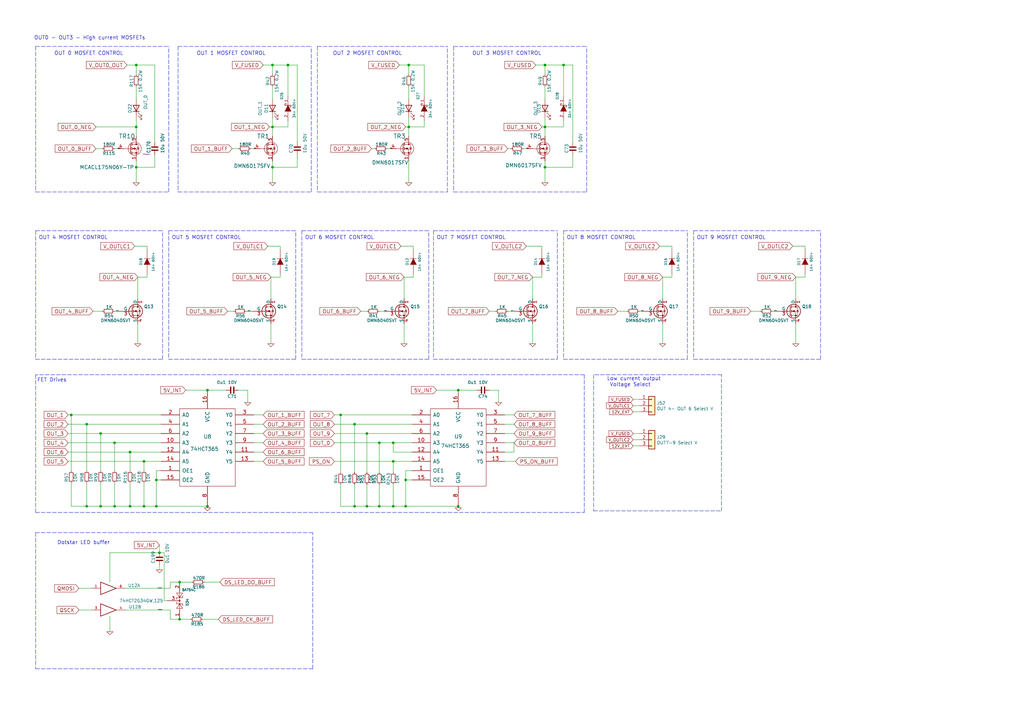
<source format=kicad_sch>
(kicad_sch (version 20211123) (generator eeschema)
  (paper "A3")
  (title_block (title "Duet 3 Main Board") (date "2022-10-05") (rev "1.02") (company "Duet3d") (comment 1 "(c) Duet3D"))
  (junction (at 65.405 226.695))
  (junction (at 53.34 185.42))
  (junction (at 150.495 177.8))
  (junction (at 161.29 181.61))
  (junction (at 59.055 207.645))
  (junction (at 55.88 26.67))
  (junction (at 187.96 207.645))
  (junction (at 73.66 254))
  (junction (at 111.76 52.07))
  (junction (at 155.575 181.61))
  (junction (at 35.56 173.99))
  (junction (at 35.56 207.645))
  (junction (at 150.495 207.645))
  (junction (at 223.52 52.07))
  (junction (at 166.37 207.645))
  (junction (at 85.09 207.645))
  (junction (at 167.64 52.07))
  (junction (at 111.76 26.67))
  (junction (at 59.055 189.23))
  (junction (at 46.99 207.645))
  (junction (at 55.88 68.58))
  (junction (at 64.135 207.645))
  (junction (at 46.99 181.61))
  (junction (at 55.88 52.07))
  (junction (at 166.37 196.85))
  (junction (at 167.64 26.67))
  (junction (at 118.11 26.67))
  (junction (at 223.52 26.67))
  (junction (at 41.275 207.645))
  (junction (at 223.52 68.58))
  (junction (at 145.415 173.99))
  (junction (at 85.09 160.02))
  (junction (at 161.29 207.645))
  (junction (at 53.34 207.645))
  (junction (at 187.96 160.02))
  (junction (at 161.29 189.23))
  (junction (at 231.14 26.67))
  (junction (at 155.575 207.645))
  (junction (at 29.21 170.18))
  (junction (at 41.275 177.8))
  (junction (at 145.415 207.645))
  (junction (at 64.135 196.85))
  (junction (at 73.66 238.76))
  (junction (at 139.7 170.18))
  (junction (at 111.76 68.58))
  (wire (pts (xy 167.64 35.56) (xy 167.64 40.64)))
  (wire (pts (xy 167.64 26.67) (xy 173.99 26.67)))
  (wire (pts (xy 45.085 226.695) (xy 45.085 238.76)))
  (wire (pts (xy 275.59 113.665) (xy 275.59 112.395)))
  (polyline (pts (xy 123.825 147.32) (xy 175.895 147.32)))
  (wire (pts (xy 223.52 68.58) (xy 223.52 74.93)))
  (polyline (pts (xy 73.025 19.05) (xy 73.025 78.74)))
  (wire (pts (xy 111.76 66.04) (xy 111.76 68.58)))
  (wire (pts (xy 150.495 207.645) (xy 155.575 207.645)))
  (wire (pts (xy 107.95 189.23) (xy 104.14 189.23)))
  (polyline (pts (xy 177.8 94.615) (xy 177.8 147.32)))
  (wire (pts (xy 111.125 113.665) (xy 111.125 122.555)))
  (wire (pts (xy 275.59 100.965) (xy 270.51 100.965)))
  (wire (pts (xy 326.39 113.665) (xy 330.2 113.665)))
  (wire (pts (xy 118.11 26.67) (xy 121.92 26.67)))
  (polyline (pts (xy 14.605 153.67) (xy 14.605 210.185)))
  (wire (pts (xy 161.29 193.675) (xy 161.29 189.23)))
  (polyline (pts (xy 175.895 147.32) (xy 175.895 94.615)))
  (wire (pts (xy 45.085 226.695) (xy 65.405 226.695)))
  (wire (pts (xy 46.99 198.12) (xy 46.99 207.645)))
  (wire (pts (xy 223.52 26.67) (xy 223.52 30.48)))
  (wire (pts (xy 46.99 193.04) (xy 46.99 181.61)))
  (wire (pts (xy 55.88 55.88) (xy 55.88 52.07)))
  (wire (pts (xy 64.135 193.04) (xy 64.135 196.85)))
  (wire (pts (xy 155.575 193.675) (xy 155.575 181.61)))
  (wire (pts (xy 121.92 63.5) (xy 121.92 68.58)))
  (wire (pts (xy 56.515 132.715) (xy 56.515 140.97)))
  (polyline (pts (xy 130.175 19.05) (xy 183.515 19.05)))
  (wire (pts (xy 56.515 113.665) (xy 60.325 113.665)))
  (wire (pts (xy 66.04 193.04) (xy 64.135 193.04)))
  (wire (pts (xy 271.78 132.715) (xy 271.78 140.97)))
  (wire (pts (xy 307.975 127.635) (xy 311.785 127.635)))
  (polyline (pts (xy 130.175 78.74) (xy 183.515 78.74)))
  (polyline (pts (xy 121.285 147.32) (xy 121.285 94.615)))
  (wire (pts (xy 51.435 250.19) (xy 69.85 250.19)))
  (polyline (pts (xy 243.459 209.55) (xy 295.91 209.55)))
  (wire (pts (xy 152.4 60.96) (xy 153.67 60.96)))
  (wire (pts (xy 161.29 185.42) (xy 168.91 185.42)))
  (wire (pts (xy 168.91 193.04) (xy 166.37 193.04)))
  (polyline (pts (xy 177.8 94.615) (xy 228.6 94.615)))
  (wire (pts (xy 118.11 52.07) (xy 118.11 49.53)))
  (wire (pts (xy 215.9 60.96) (xy 214.63 60.96)))
  (wire (pts (xy 139.7 198.755) (xy 139.7 207.645)))
  (wire (pts (xy 63.5 26.67) (xy 63.5 58.42)))
  (wire (pts (xy 97.79 160.02) (xy 101.6 160.02)))
  (wire (pts (xy 161.29 181.61) (xy 168.91 181.61)))
  (wire (pts (xy 223.52 35.56) (xy 223.52 40.64)))
  (polyline (pts (xy 69.215 147.32) (xy 121.285 147.32)))
  (wire (pts (xy 39.37 52.07) (xy 55.88 52.07)))
  (wire (pts (xy 41.275 198.12) (xy 41.275 207.645)))
  (wire (pts (xy 187.96 207.645) (xy 187.96 207.01)))
  (polyline (pts (xy 284.48 94.615) (xy 336.55 94.615)))
  (wire (pts (xy 210.82 185.42) (xy 210.82 181.61)))
  (wire (pts (xy 316.865 127.635) (xy 318.77 127.635)))
  (wire (pts (xy 161.29 198.755) (xy 161.29 207.645)))
  (wire (pts (xy 35.56 198.12) (xy 35.56 207.645)))
  (wire (pts (xy 63.5 68.58) (xy 55.88 68.58)))
  (wire (pts (xy 90.17 238.76) (xy 83.82 238.76)))
  (wire (pts (xy 59.055 189.23) (xy 66.04 189.23)))
  (wire (pts (xy 234.95 63.5) (xy 234.95 68.58)))
  (wire (pts (xy 166.37 207.645) (xy 187.96 207.645)))
  (wire (pts (xy 330.2 100.965) (xy 325.12 100.965)))
  (polyline (pts (xy 66.675 147.32) (xy 66.675 94.615)))
  (polyline (pts (xy 14.605 78.74) (xy 69.215 78.74)))
  (wire (pts (xy 234.95 26.67) (xy 234.95 58.42)))
  (polyline (pts (xy 69.215 78.74) (xy 69.215 19.05)))
  (wire (pts (xy 46.99 181.61) (xy 66.04 181.61)))
  (polyline (pts (xy 14.605 19.05) (xy 69.215 19.05)))
  (wire (pts (xy 200.66 160.02) (xy 204.47 160.02)))
  (wire (pts (xy 207.01 177.8) (xy 210.82 177.8)))
  (polyline (pts (xy 123.825 94.615) (xy 175.895 94.615)))
  (wire (pts (xy 147.955 127.635) (xy 150.495 127.635)))
  (wire (pts (xy 145.415 193.675) (xy 145.415 173.99)))
  (wire (pts (xy 69.85 250.19) (xy 69.85 254)))
  (wire (pts (xy 167.64 55.88) (xy 167.64 52.07)))
  (wire (pts (xy 219.71 26.67) (xy 223.52 26.67)))
  (wire (pts (xy 64.135 196.85) (xy 66.04 196.85)))
  (wire (pts (xy 29.21 193.04) (xy 29.21 170.18)))
  (wire (pts (xy 163.83 26.67) (xy 167.64 26.67)))
  (wire (pts (xy 59.055 198.12) (xy 59.055 207.645)))
  (wire (pts (xy 59.055 207.645) (xy 53.34 207.645)))
  (wire (pts (xy 111.76 48.26) (xy 111.76 52.07)))
  (wire (pts (xy 65.405 231.775) (xy 65.405 233.68)))
  (wire (pts (xy 137.16 181.61) (xy 155.575 181.61)))
  (wire (pts (xy 166.37 193.04) (xy 166.37 196.85)))
  (wire (pts (xy 223.52 55.88) (xy 223.52 52.07)))
  (polyline (pts (xy 14.605 218.44) (xy 14.605 274.32)))
  (wire (pts (xy 211.455 189.23) (xy 207.01 189.23)))
  (polyline (pts (xy 14.605 19.05) (xy 14.605 78.74)))
  (wire (pts (xy 27.94 185.42) (xy 53.34 185.42)))
  (wire (pts (xy 139.7 207.645) (xy 145.415 207.645)))
  (wire (pts (xy 60.325 100.965) (xy 55.245 100.965)))
  (polyline (pts (xy 73.025 78.74) (xy 127.635 78.74)))
  (wire (pts (xy 89.535 254) (xy 83.185 254)))
  (polyline (pts (xy 14.605 94.615) (xy 66.675 94.615)))
  (wire (pts (xy 111.76 52.07) (xy 110.49 52.07)))
  (wire (pts (xy 27.94 189.23) (xy 59.055 189.23)))
  (wire (pts (xy 326.39 113.665) (xy 326.39 122.555)))
  (wire (pts (xy 330.2 102.235) (xy 330.2 100.965)))
  (polyline (pts (xy 183.515 78.74) (xy 183.515 19.05)))
  (wire (pts (xy 231.14 39.37) (xy 231.14 26.67)))
  (wire (pts (xy 85.09 160.02) (xy 92.71 160.02)))
  (wire (pts (xy 101.6 160.02) (xy 101.6 165.1)))
  (wire (pts (xy 53.34 207.645) (xy 46.99 207.645)))
  (wire (pts (xy 64.135 207.645) (xy 59.055 207.645)))
  (wire (pts (xy 60.325 113.665) (xy 60.325 112.395)))
  (wire (pts (xy 259.715 177.8) (xy 262.255 177.8)))
  (wire (pts (xy 275.59 102.235) (xy 275.59 100.965)))
  (polyline (pts (xy 186.055 19.05) (xy 240.665 19.05)))
  (wire (pts (xy 38.1 127.635) (xy 41.91 127.635)))
  (wire (pts (xy 165.735 113.665) (xy 165.735 122.555)))
  (wire (pts (xy 32.385 241.3) (xy 37.465 241.3)))
  (wire (pts (xy 187.96 208.28) (xy 187.96 207.645)))
  (wire (pts (xy 200.66 127.635) (xy 203.2 127.635)))
  (wire (pts (xy 262.255 180.34) (xy 259.715 180.34)))
  (wire (pts (xy 204.47 160.02) (xy 204.47 165.1)))
  (wire (pts (xy 223.52 66.04) (xy 223.52 68.58)))
  (wire (pts (xy 145.415 207.645) (xy 150.495 207.645)))
  (wire (pts (xy 179.07 160.02) (xy 187.96 160.02)))
  (wire (pts (xy 64.135 196.85) (xy 64.135 207.645)))
  (wire (pts (xy 46.99 127.635) (xy 48.895 127.635)))
  (wire (pts (xy 29.21 170.18) (xy 66.04 170.18)))
  (polyline (pts (xy 14.605 94.615) (xy 14.605 147.32)))
  (polyline (pts (xy 69.215 94.615) (xy 69.215 147.32)))
  (polyline (pts (xy 130.175 19.05) (xy 130.175 78.74)))
  (wire (pts (xy 259.715 163.83) (xy 262.255 163.83)))
  (wire (pts (xy 161.29 185.42) (xy 161.29 181.61)))
  (wire (pts (xy 223.52 52.07) (xy 222.25 52.07)))
  (wire (pts (xy 45.085 252.73) (xy 45.085 259.08)))
  (wire (pts (xy 107.95 181.61) (xy 104.14 181.61)))
  (wire (pts (xy 78.74 238.76) (xy 73.66 238.76)))
  (wire (pts (xy 93.345 127.635) (xy 95.885 127.635)))
  (polyline (pts (xy 73.025 19.05) (xy 127.635 19.05)))
  (wire (pts (xy 137.16 177.8) (xy 150.495 177.8)))
  (wire (pts (xy 137.16 189.23) (xy 161.29 189.23)))
  (wire (pts (xy 118.11 39.37) (xy 118.11 26.67)))
  (wire (pts (xy 32.385 250.19) (xy 37.465 250.19)))
  (wire (pts (xy 111.125 113.665) (xy 114.935 113.665)))
  (wire (pts (xy 27.94 170.18) (xy 29.21 170.18)))
  (wire (pts (xy 222.25 100.965) (xy 215.9 100.965)))
  (wire (pts (xy 121.92 26.67) (xy 121.92 58.42)))
  (wire (pts (xy 222.25 113.665) (xy 222.25 112.395)))
  (wire (pts (xy 231.14 52.07) (xy 231.14 49.53)))
  (wire (pts (xy 65.405 226.695) (xy 67.31 226.695)))
  (wire (pts (xy 27.94 173.99) (xy 35.56 173.99)))
  (wire (pts (xy 55.88 68.58) (xy 55.88 74.93)))
  (wire (pts (xy 207.01 185.42) (xy 210.82 185.42)))
  (wire (pts (xy 104.14 60.96) (xy 102.87 60.96)))
  (wire (pts (xy 111.76 26.67) (xy 118.11 26.67)))
  (wire (pts (xy 114.935 113.665) (xy 114.935 112.395)))
  (wire (pts (xy 78.105 254) (xy 73.66 254)))
  (polyline (pts (xy 127.635 78.74) (xy 127.635 19.05)))
  (wire (pts (xy 253.365 127.635) (xy 257.175 127.635)))
  (wire (pts (xy 114.935 100.965) (xy 109.855 100.965)))
  (wire (pts (xy 165.735 113.665) (xy 169.545 113.665)))
  (polyline (pts (xy 177.8 147.32) (xy 228.6 147.32)))
  (wire (pts (xy 52.07 26.67) (xy 55.88 26.67)))
  (wire (pts (xy 155.575 198.755) (xy 155.575 207.645)))
  (polyline (pts (xy 336.55 147.32) (xy 336.55 94.615)))
  (wire (pts (xy 223.52 52.07) (xy 231.14 52.07)))
  (wire (pts (xy 111.76 52.07) (xy 118.11 52.07)))
  (polyline (pts (xy 14.605 210.185) (xy 239.649 210.185)))
  (wire (pts (xy 60.325 102.235) (xy 60.325 100.965)))
  (wire (pts (xy 111.76 26.67) (xy 111.76 30.48)))
  (wire (pts (xy 161.29 207.645) (xy 166.37 207.645)))
  (wire (pts (xy 155.575 207.645) (xy 161.29 207.645)))
  (wire (pts (xy 55.88 35.56) (xy 55.88 40.64)))
  (wire (pts (xy 67.31 246.38) (xy 68.58 246.38)))
  (wire (pts (xy 53.34 185.42) (xy 66.04 185.42)))
  (polyline (pts (xy 295.91 209.55) (xy 295.91 153.67)))
  (wire (pts (xy 165.735 132.715) (xy 165.735 140.97)))
  (wire (pts (xy 53.34 193.04) (xy 53.34 185.42)))
  (wire (pts (xy 69.85 241.3) (xy 69.85 238.76)))
  (wire (pts (xy 55.88 48.26) (xy 55.88 52.07)))
  (wire (pts (xy 167.64 66.04) (xy 167.64 74.93)))
  (wire (pts (xy 64.135 207.645) (xy 85.09 207.645)))
  (wire (pts (xy 330.2 113.665) (xy 330.2 112.395)))
  (wire (pts (xy 107.95 173.99) (xy 104.14 173.99)))
  (wire (pts (xy 218.44 113.665) (xy 218.44 122.555)))
  (wire (pts (xy 41.275 207.645) (xy 35.56 207.645)))
  (wire (pts (xy 55.88 26.67) (xy 55.88 30.48)))
  (wire (pts (xy 107.95 26.67) (xy 111.76 26.67)))
  (wire (pts (xy 223.52 26.67) (xy 231.14 26.67)))
  (wire (pts (xy 169.545 100.965) (xy 164.465 100.965)))
  (wire (pts (xy 161.29 189.23) (xy 168.91 189.23)))
  (wire (pts (xy 41.275 177.8) (xy 66.04 177.8)))
  (wire (pts (xy 53.34 198.12) (xy 53.34 207.645)))
  (wire (pts (xy 51.435 241.3) (xy 69.85 241.3)))
  (wire (pts (xy 59.055 193.04) (xy 59.055 189.23)))
  (wire (pts (xy 69.85 238.76) (xy 73.66 238.76)))
  (polyline (pts (xy 123.825 94.615) (xy 123.825 147.32)))
  (wire (pts (xy 231.14 26.67) (xy 234.95 26.67)))
  (wire (pts (xy 207.01 170.18) (xy 210.82 170.18)))
  (polyline (pts (xy 186.055 19.05) (xy 186.055 78.74)))
  (wire (pts (xy 95.25 60.96) (xy 97.79 60.96)))
  (wire (pts (xy 107.95 185.42) (xy 104.14 185.42)))
  (polyline (pts (xy 243.459 153.67) (xy 243.459 209.55)))
  (wire (pts (xy 107.95 170.18) (xy 104.14 170.18)))
  (wire (pts (xy 137.16 173.99) (xy 145.415 173.99)))
  (wire (pts (xy 234.95 68.58) (xy 223.52 68.58)))
  (wire (pts (xy 35.56 193.04) (xy 35.56 173.99)))
  (wire (pts (xy 169.545 113.665) (xy 169.545 112.395)))
  (wire (pts (xy 155.575 181.61) (xy 161.29 181.61)))
  (wire (pts (xy 65.405 226.695) (xy 65.405 223.52)))
  (polyline (pts (xy 295.91 153.67) (xy 243.459 153.67)))
  (wire (pts (xy 145.415 173.99) (xy 168.91 173.99)))
  (wire (pts (xy 167.64 52.07) (xy 166.37 52.07)))
  (polyline (pts (xy 228.6 147.32) (xy 228.6 94.615)))
  (wire (pts (xy 46.99 207.645) (xy 41.275 207.645)))
  (wire (pts (xy 76.2 160.02) (xy 85.09 160.02)))
  (polyline (pts (xy 128.27 274.32) (xy 128.27 218.44)))
  (wire (pts (xy 145.415 198.755) (xy 145.415 207.645)))
  (wire (pts (xy 271.78 113.665) (xy 275.59 113.665)))
  (wire (pts (xy 121.92 68.58) (xy 111.76 68.58)))
  (wire (pts (xy 167.64 48.26) (xy 167.64 52.07)))
  (wire (pts (xy 48.26 60.96) (xy 46.99 60.96)))
  (polyline (pts (xy 231.14 94.615) (xy 281.94 94.615)))
  (polyline (pts (xy 231.14 94.615) (xy 231.14 147.32)))
  (wire (pts (xy 39.37 60.96) (xy 41.91 60.96)))
  (wire (pts (xy 259.715 182.88) (xy 262.255 182.88)))
  (polyline (pts (xy 14.605 274.32) (xy 128.27 274.32)))
  (wire (pts (xy 187.96 160.02) (xy 195.58 160.02)))
  (wire (pts (xy 139.7 170.18) (xy 168.91 170.18)))
  (wire (pts (xy 35.56 173.99) (xy 66.04 173.99)))
  (wire (pts (xy 208.28 60.96) (xy 209.55 60.96)))
  (wire (pts (xy 107.95 177.8) (xy 104.14 177.8)))
  (wire (pts (xy 155.575 127.635) (xy 158.115 127.635)))
  (polyline (pts (xy 128.27 218.44) (xy 14.605 218.44)))
  (wire (pts (xy 35.56 207.645) (xy 29.21 207.645)))
  (wire (pts (xy 63.5 63.5) (xy 63.5 68.58)))
  (wire (pts (xy 150.495 193.675) (xy 150.495 177.8)))
  (wire (pts (xy 55.88 66.04) (xy 55.88 68.58)))
  (wire (pts (xy 160.02 60.96) (xy 158.75 60.96)))
  (wire (pts (xy 111.76 68.58) (xy 111.76 74.93)))
  (wire (pts (xy 111.125 132.715) (xy 111.125 140.97)))
  (wire (pts (xy 166.37 196.85) (xy 168.91 196.85)))
  (polyline (pts (xy 14.605 147.32) (xy 66.675 147.32)))
  (wire (pts (xy 166.37 196.85) (xy 166.37 207.645)))
  (polyline (pts (xy 284.48 147.32) (xy 336.55 147.32)))
  (wire (pts (xy 111.76 35.56) (xy 111.76 40.64)))
  (wire (pts (xy 114.935 102.235) (xy 114.935 100.965)))
  (wire (pts (xy 85.09 208.28) (xy 85.09 207.645)))
  (polyline (pts (xy 284.48 94.615) (xy 284.48 147.32)))
  (wire (pts (xy 67.31 226.695) (xy 67.31 246.38)))
  (polyline (pts (xy 240.665 78.74) (xy 240.665 19.05)))
  (wire (pts (xy 167.64 26.67) (xy 167.64 30.48)))
  (wire (pts (xy 173.99 39.37) (xy 173.99 26.67)))
  (wire (pts (xy 137.16 170.18) (xy 139.7 170.18)))
  (wire (pts (xy 139.7 193.675) (xy 139.7 170.18)))
  (polyline (pts (xy 186.055 78.74) (xy 240.665 78.74)))
  (wire (pts (xy 223.52 48.26) (xy 223.52 52.07)))
  (wire (pts (xy 150.495 177.8) (xy 168.91 177.8)))
  (wire (pts (xy 55.88 26.67) (xy 63.5 26.67)))
  (wire (pts (xy 262.255 127.635) (xy 264.16 127.635)))
  (wire (pts (xy 271.78 113.665) (xy 271.78 122.555)))
  (wire (pts (xy 326.39 132.715) (xy 326.39 140.97)))
  (wire (pts (xy 27.94 181.61) (xy 46.99 181.61)))
  (wire (pts (xy 69.85 254) (xy 73.66 254)))
  (polyline (pts (xy 231.14 147.32) (xy 281.94 147.32)))
  (wire (pts (xy 150.495 198.755) (xy 150.495 207.645)))
  (wire (pts (xy 41.275 193.04) (xy 41.275 177.8)))
  (wire (pts (xy 218.44 132.715) (xy 218.44 140.97)))
  (wire (pts (xy 100.965 127.635) (xy 103.505 127.635)))
  (wire (pts (xy 56.515 113.665) (xy 56.515 122.555)))
  (polyline (pts (xy 239.649 153.67) (xy 14.605 153.67)))
  (wire (pts (xy 218.44 113.665) (xy 222.25 113.665)))
  (polyline (pts (xy 69.215 94.615) (xy 121.285 94.615)))
  (wire (pts (xy 262.255 166.37) (xy 259.715 166.37)))
  (wire (pts (xy 111.76 55.88) (xy 111.76 52.07)))
  (wire (pts (xy 169.545 102.235) (xy 169.545 100.965)))
  (wire (pts (xy 85.09 207.645) (xy 85.09 207.01)))
  (wire (pts (xy 207.01 173.99) (xy 210.82 173.99)))
  (polyline (pts (xy 239.649 210.185) (xy 239.649 153.67)))
  (wire (pts (xy 27.94 177.8) (xy 41.275 177.8)))
  (wire (pts (xy 29.21 198.12) (xy 29.21 207.645)))
  (wire (pts (xy 208.28 127.635) (xy 210.82 127.635)))
  (wire (pts (xy 167.64 52.07) (xy 173.99 52.07)))
  (polyline (pts (xy 281.94 147.32) (xy 281.94 94.615)))
  (wire (pts (xy 259.715 168.91) (xy 262.255 168.91)))
  (wire (pts (xy 207.01 181.61) (xy 210.82 181.61)))
  (wire (pts (xy 222.25 102.235) (xy 222.25 100.965)))
  (wire (pts (xy 173.99 52.07) (xy 173.99 49.53)))
  (text "OUT 6 MOSFET CONTROL" (at 125.095 98.425 0) (effects (font (size 1.524 1.524)) (justify left bottom)))
  (text "OUT 7 MOSFET CONTROL" (at 179.07 98.425 0) (effects (font (size 1.524 1.524)) (justify left bottom)))
  (text "OUT 0 MOSFET CONTROL" (at 22.225 22.86 0) (effects (font (size 1.524 1.524)) (justify left bottom)))
  (text "OUT 5 MOSFET CONTROL" (at 70.485 98.425 0) (effects (font (size 1.524 1.524)) (justify left bottom)))
  (text "Low current output\n Voltage Select" (at 248.92 158.75 0) (effects (font (size 1.524 1.524)) (justify left bottom)))
  (text "OUT 2 MOSFET CONTROL" (at 136.525 22.86 0) (effects (font (size 1.524 1.524)) (justify left bottom)))
  (text "OUT 4 MOSFET CONTROL" (at 15.875 98.425 0) (effects (font (size 1.524 1.524)) (justify left bottom)))
  (text "OUT 3 MOSFET CONTROL" (at 193.675 22.86 0) (effects (font (size 1.524 1.524)) (justify left bottom)))
  (text "OUT 1 MOSFET CONTROL" (at 80.645 22.86 0) (effects (font (size 1.524 1.524)) (justify left bottom)))
  (text "OUT 8 MOSFET CONTROL" (at 232.41 98.425 0) (effects (font (size 1.524 1.524)) (justify left bottom)))
  (text "Dotstar LED buffer" (at 23.495 223.52 0) (effects (font (size 1.524 1.524)) (justify left bottom)))
  (text "FET Drives" (at 15.24 156.845 0) (effects (font (size 1.524 1.524)) (justify left bottom)))
  (text "OUT 9 MOSFET CONTROL" (at 285.75 98.425 0) (effects (font (size 1.524 1.524)) (justify left bottom)))
  (text "OUT0 - OUT3 - High current MOSFETs" (at 13.97 16.51 0) (effects (font (size 1.524 1.524)) (justify left bottom)))
  (label "out8_g" (at 262.89 127.635 0) (effects (font (size 0.2032 0.2032))))
  (label "U12_OUTA" (at 64.77 241.3 0) (effects (font (size 0.2032 0.2032))))
  (label "TR5_G" (at 215.9 60.96 0) (effects (font (size 0.2032 0.2032))))
  (label "out7_g" (at 209.55 127.635 0) (effects (font (size 0.2032 0.2032))))
  (label "TR10_G" (at 48.26 60.96 0) (effects (font (size 0.2032 0.2032))))
  (label "out5_g" (at 101.6 127.635 0) (effects (font (size 0.2032 0.2032))))
  (label "out4_g" (at 47.625 127.635 0) (effects (font (size 0.2032 0.2032))))
  (label "TR1_G" (at 104.14 60.96 0) (effects (font (size 0.2032 0.2032))))
  (label "out9_g" (at 317.5 127.635 0) (effects (font (size 0.2032 0.2032))))
  (label "U12_OUTB" (at 64.77 250.19 0) (effects (font (size 0.2032 0.2032))))
  (label "out6_g" (at 157.48 127.635 0) (effects (font (size 0.2032 0.2032))))
  (label "TR3_G" (at 160.02 60.96 0) (effects (font (size 0.2032 0.2032))))
  (global_label "OUT_0_BUFF" (shape input) (at 210.82 181.61 0) (effects (font (size 1.524 1.524))) (property "Intersheet References" "${INTERSHEET_REFS}" (effects hide)))
  (global_label "OUT_3" (shape input) (at 27.94 177.8 180) (effects (font (size 1.524 1.524))) (property "Intersheet References" "${INTERSHEET_REFS}" (effects hide)))
  (global_label "12V_EXT" (shape input) (at 259.715 182.88 180) (effects (font (size 1.2 1.2))) (property "Intersheet References" "${INTERSHEET_REFS}" (effects hide)))
  (global_label "OUT_4_BUFF" (shape input) (at 38.1 127.635 180) (effects (font (size 1.524 1.524))) (property "Intersheet References" "${INTERSHEET_REFS}" (effects hide)))
  (global_label "OUT_5_NEG" (shape input) (at 111.125 113.665 180) (effects (font (size 1.524 1.524))) (property "Intersheet References" "${INTERSHEET_REFS}" (effects hide)))
  (global_label "V_FUSED" (shape input) (at 163.83 26.67 180) (effects (font (size 1.524 1.524))) (property "Intersheet References" "${INTERSHEET_REFS}" (effects hide)))
  (global_label "OUT_0_BUFF" (shape input) (at 39.37 60.96 180) (effects (font (size 1.524 1.524))) (property "Intersheet References" "${INTERSHEET_REFS}" (effects hide)))
  (global_label "5V_INT" (shape input) (at 179.07 160.02 180) (effects (font (size 1.524 1.524))) (property "Intersheet References" "${INTERSHEET_REFS}" (effects hide)))
  (global_label "OUT_7" (shape input) (at 137.16 170.18 180) (effects (font (size 1.524 1.524))) (property "Intersheet References" "${INTERSHEET_REFS}" (effects hide)))
  (global_label "OUT_1_NEG" (shape input) (at 110.49 52.07 180) (effects (font (size 1.524 1.524))) (property "Intersheet References" "${INTERSHEET_REFS}" (effects hide)))
  (global_label "OUT_9" (shape input) (at 137.16 177.8 180) (effects (font (size 1.524 1.524))) (property "Intersheet References" "${INTERSHEET_REFS}" (effects hide)))
  (global_label "DS_LED_DO_BUFF" (shape input) (at 90.17 238.76 0) (effects (font (size 1.524 1.524))) (property "Intersheet References" "${INTERSHEET_REFS}" (effects hide)))
  (global_label "OUT_8_BUFF" (shape input) (at 210.82 173.99 0) (effects (font (size 1.524 1.524))) (property "Intersheet References" "${INTERSHEET_REFS}" (effects hide)))
  (global_label "OUT_8_NEG" (shape input) (at 271.78 113.665 180) (effects (font (size 1.524 1.524))) (property "Intersheet References" "${INTERSHEET_REFS}" (effects hide)))
  (global_label "5V_INT" (shape input) (at 76.2 160.02 180) (effects (font (size 1.524 1.524))) (property "Intersheet References" "${INTERSHEET_REFS}" (effects hide)))
  (global_label "OUT_2_NEG" (shape input) (at 166.37 52.07 180) (effects (font (size 1.524 1.524))) (property "Intersheet References" "${INTERSHEET_REFS}" (effects hide)))
  (global_label "DS_LED_CK_BUFF" (shape input) (at 89.535 254 0) (effects (font (size 1.524 1.524))) (property "Intersheet References" "${INTERSHEET_REFS}" (effects hide)))
  (global_label "OUT_5" (shape input) (at 27.94 189.23 180) (effects (font (size 1.524 1.524))) (property "Intersheet References" "${INTERSHEET_REFS}" (effects hide)))
  (global_label "OUT_1_BUFF" (shape input) (at 107.95 170.18 0) (effects (font (size 1.524 1.524))) (property "Intersheet References" "${INTERSHEET_REFS}" (effects hide)))
  (global_label "OUT_2_BUFF" (shape input) (at 152.4 60.96 180) (effects (font (size 1.524 1.524))) (property "Intersheet References" "${INTERSHEET_REFS}" (effects hide)))
  (global_label "OUT_4_NEG" (shape input) (at 56.515 113.665 180) (effects (font (size 1.524 1.524))) (property "Intersheet References" "${INTERSHEET_REFS}" (effects hide)))
  (global_label "OUT_4_BUFF" (shape input) (at 107.95 181.61 0) (effects (font (size 1.524 1.524))) (property "Intersheet References" "${INTERSHEET_REFS}" (effects hide)))
  (global_label "OUT_5_BUFF" (shape input) (at 107.95 189.23 0) (effects (font (size 1.524 1.524))) (property "Intersheet References" "${INTERSHEET_REFS}" (effects hide)))
  (global_label "OUT_2" (shape input) (at 27.94 173.99 180) (effects (font (size 1.524 1.524))) (property "Intersheet References" "${INTERSHEET_REFS}" (effects hide)))
  (global_label "OUT_9_BUFF" (shape input) (at 210.82 177.8 0) (effects (font (size 1.524 1.524))) (property "Intersheet References" "${INTERSHEET_REFS}" (effects hide)))
  (global_label "5V_INT" (shape input) (at 65.405 223.52 180) (effects (font (size 1.524 1.524))) (property "Intersheet References" "${INTERSHEET_REFS}" (effects hide)))
  (global_label "OUT_6" (shape input) (at 27.94 185.42 180) (effects (font (size 1.524 1.524))) (property "Intersheet References" "${INTERSHEET_REFS}" (effects hide)))
  (global_label "OUT_4" (shape input) (at 27.94 181.61 180) (effects (font (size 1.524 1.524))) (property "Intersheet References" "${INTERSHEET_REFS}" (effects hide)))
  (global_label "PS_ON" (shape input) (at 137.16 189.23 180) (effects (font (size 1.524 1.524))) (property "Intersheet References" "${INTERSHEET_REFS}" (effects hide)))
  (global_label "V_FUSED" (shape input) (at 107.95 26.67 180) (effects (font (size 1.524 1.524))) (property "Intersheet References" "${INTERSHEET_REFS}" (effects hide)))
  (global_label "OUT_2_BUFF" (shape input) (at 107.95 173.99 0) (effects (font (size 1.524 1.524))) (property "Intersheet References" "${INTERSHEET_REFS}" (effects hide)))
  (global_label "OUT_7_BUFF" (shape input) (at 200.66 127.635 180) (effects (font (size 1.524 1.524))) (property "Intersheet References" "${INTERSHEET_REFS}" (effects hide)))
  (global_label "OUT_1" (shape input) (at 27.94 170.18 180) (effects (font (size 1.524 1.524))) (property "Intersheet References" "${INTERSHEET_REFS}" (effects hide)))
  (global_label "V_OUTLC2" (shape input) (at 215.9 100.965 180) (effects (font (size 1.524 1.524))) (property "Intersheet References" "${INTERSHEET_REFS}" (effects hide)))
  (global_label "OUT_0" (shape input) (at 137.16 181.61 180) (effects (font (size 1.524 1.524))) (property "Intersheet References" "${INTERSHEET_REFS}" (effects hide)))
  (global_label "V_FUSED" (shape input) (at 259.715 177.8 180) (effects (font (size 1.2 1.2))) (property "Intersheet References" "${INTERSHEET_REFS}" (effects hide)))
  (global_label "V_FUSED" (shape input) (at 259.715 163.83 180) (effects (font (size 1.2 1.2))) (property "Intersheet References" "${INTERSHEET_REFS}" (effects hide)))
  (global_label "PS_ON_BUFF" (shape input) (at 211.455 189.23 0) (effects (font (size 1.524 1.524))) (property "Intersheet References" "${INTERSHEET_REFS}" (effects hide)))
  (global_label "V_OUTLC2" (shape input) (at 259.715 180.34 180) (effects (font (size 1.2 1.2))) (property "Intersheet References" "${INTERSHEET_REFS}" (effects hide)))
  (global_label "OUT_9_NEG" (shape input) (at 326.39 113.665 180) (effects (font (size 1.524 1.524))) (property "Intersheet References" "${INTERSHEET_REFS}" (effects hide)))
  (global_label "V_OUTLC1" (shape input) (at 109.855 100.965 180) (effects (font (size 1.524 1.524))) (property "Intersheet References" "${INTERSHEET_REFS}" (effects hide)))
  (global_label "QSCK" (shape input) (at 32.385 250.19 180) (effects (font (size 1.524 1.524))) (property "Intersheet References" "${INTERSHEET_REFS}" (effects hide)))
  (global_label "V_OUTLC1" (shape input) (at 259.715 166.37 180) (effects (font (size 1.2 1.2))) (property "Intersheet References" "${INTERSHEET_REFS}" (effects hide)))
  (global_label "OUT_5_BUFF" (shape input) (at 93.345 127.635 180) (effects (font (size 1.524 1.524))) (property "Intersheet References" "${INTERSHEET_REFS}" (effects hide)))
  (global_label "OUT_3_NEG" (shape input) (at 222.25 52.07 180) (effects (font (size 1.524 1.524))) (property "Intersheet References" "${INTERSHEET_REFS}" (effects hide)))
  (global_label "V_FUSED" (shape input) (at 219.71 26.67 180) (effects (font (size 1.524 1.524))) (property "Intersheet References" "${INTERSHEET_REFS}" (effects hide)))
  (global_label "12V_EXT" (shape input) (at 259.715 168.91 180) (effects (font (size 1.2 1.2))) (property "Intersheet References" "${INTERSHEET_REFS}" (effects hide)))
  (global_label "V_OUTLC2" (shape input) (at 270.51 100.965 180) (effects (font (size 1.524 1.524))) (property "Intersheet References" "${INTERSHEET_REFS}" (effects hide)))
  (global_label "OUT_6_BUFF" (shape input) (at 107.95 185.42 0) (effects (font (size 1.524 1.524))) (property "Intersheet References" "${INTERSHEET_REFS}" (effects hide)))
  (global_label "OUT_7_NEG" (shape input) (at 218.44 113.665 180) (effects (font (size 1.524 1.524))) (property "Intersheet References" "${INTERSHEET_REFS}" (effects hide)))
  (global_label "OUT_3_BUFF" (shape input) (at 208.28 60.96 180) (effects (font (size 1.524 1.524))) (property "Intersheet References" "${INTERSHEET_REFS}" (effects hide)))
  (global_label "V_OUTLC2" (shape input) (at 325.12 100.965 180) (effects (font (size 1.524 1.524))) (property "Intersheet References" "${INTERSHEET_REFS}" (effects hide)))
  (global_label "V_OUT0_OUT" (shape input) (at 52.07 26.67 180) (effects (font (size 1.524 1.524))) (property "Intersheet References" "${INTERSHEET_REFS}" (effects hide)))
  (global_label "OUT_7_BUFF" (shape input) (at 210.82 170.18 0) (effects (font (size 1.524 1.524))) (property "Intersheet References" "${INTERSHEET_REFS}" (effects hide)))
  (global_label "OUT_6_BUFF" (shape input) (at 147.955 127.635 180) (effects (font (size 1.524 1.524))) (property "Intersheet References" "${INTERSHEET_REFS}" (effects hide)))
  (global_label "OUT_0_NEG" (shape input) (at 39.37 52.07 180) (effects (font (size 1.524 1.524))) (property "Intersheet References" "${INTERSHEET_REFS}" (effects hide)))
  (global_label "OUT_8_BUFF" (shape input) (at 253.365 127.635 180) (effects (font (size 1.524 1.524))) (property "Intersheet References" "${INTERSHEET_REFS}" (effects hide)))
  (global_label "OUT_3_BUFF" (shape input) (at 107.95 177.8 0) (effects (font (size 1.524 1.524))) (property "Intersheet References" "${INTERSHEET_REFS}" (effects hide)))
  (global_label "OUT_9_BUFF" (shape input) (at 307.975 127.635 180) (effects (font (size 1.524 1.524))) (property "Intersheet References" "${INTERSHEET_REFS}" (effects hide)))
  (global_label "OUT_6_NEG" (shape input) (at 165.735 113.665 180) (effects (font (size 1.524 1.524))) (property "Intersheet References" "${INTERSHEET_REFS}" (effects hide)))
  (global_label "OUT_8" (shape input) (at 137.16 173.99 180) (effects (font (size 1.524 1.524))) (property "Intersheet References" "${INTERSHEET_REFS}" (effects hide)))
  (global_label "V_OUTLC1" (shape input) (at 164.465 100.965 180) (effects (font (size 1.524 1.524))) (property "Intersheet References" "${INTERSHEET_REFS}" (effects hide)))
  (global_label "OUT_1_BUFF" (shape input) (at 95.25 60.96 180) (effects (font (size 1.524 1.524))) (property "Intersheet References" "${INTERSHEET_REFS}" (effects hide)))
  (global_label "QMOSI" (shape input) (at 32.385 241.3 180) (effects (font (size 1.524 1.524))) (property "Intersheet References" "${INTERSHEET_REFS}" (effects hide)))
  (global_label "V_OUTLC1" (shape input) (at 55.245 100.965 180) (effects (font (size 1.524 1.524))) (property "Intersheet References" "${INTERSHEET_REFS}" (effects hide)))
  (symbol (lib_name "GND_9") (lib_id "Duet3:GND") (at 165.735 140.97 0) (unit 1)
    (property "Reference" "#PWR055" (effects hide))
    (property "Value" "GND" (effects hide))
  )
  (symbol (lib_id "Device:R_Small") (at 46.99 195.58 180) (unit 1)
    (property "Reference" "R39" (at 45.085 195.7832 90))
    (property "Value" "10K" (at 48.7172 195.8848 90))
    (property "Footprint" "Resistor_SMD:R_0402_1005Metric_Wbry" (effects hide))
    (property "Part Number" "RMCS0402FT10K0" (effects hide))
  )
  (symbol (lib_id "Device:R_Small") (at 153.035 127.635 270) (unit 1)
    (property "Reference" "R41" (at 153.2382 129.54 90))
    (property "Value" "1K" (at 153.3398 125.9078 90))
    (property "Footprint" "Resistor_SMD:R_0402_1005Metric_Wbry" (effects hide))
    (property "Part Number" "RK73H1ETTP1001F" (effects hide))
  )
  (symbol (lib_id "Duet3:DIODE") (at 169.545 107.315 90) (unit 1)
    (property "Reference" "D12" (at 167.005 107.315 0) (effects (font (size 1.016 1.016))))
    (property "Value" "1A+ 60V+" (at 172.085 107.315 0) (effects (font (size 1.016 1.016))))
    (property "Footprint" "complib:DO-219AB" (effects hide))
    (property "Part Number" "VS-1EFH02HM3/I or equivalent" (effects hide))
  )
  (symbol (lib_id "Duet3:C_SMALL") (at 95.25 160.02 90) (unit 1)
    (property "Reference" "C71" (at 97.155 162.56 90) (effects (justify left)))
    (property "Value" "0u1 10V" (at 97.155 156.845 90) (effects (justify left)))
    (property "Footprint" "Capacitor_SMD:C_0402_1005Metric_Wbry" (effects hide))
    (property "Part Number" "CL05A104KP5NNNC" (effects hide))
  )
  (symbol (lib_name "GND_15") (lib_id "Duet3:GND") (at 101.6 165.1 0) (unit 1)
    (property "Reference" "#PWR057" (effects hide))
    (property "Value" "GND" (effects hide))
  )
  (symbol (lib_name "GND_8") (lib_id "Duet3:GND") (at 218.44 140.97 0) (unit 1)
    (property "Reference" "#PWR059" (effects hide))
    (property "Value" "GND" (effects hide))
  )
  (symbol (lib_id "Device:R_Small") (at 139.7 196.215 180) (unit 1)
    (property "Reference" "R44" (at 137.795 196.4182 90))
    (property "Value" "10K" (at 141.4272 196.5198 90))
    (property "Footprint" "Resistor_SMD:R_0402_1005Metric_Wbry" (effects hide))
    (property "Part Number" "RMCS0402FT10K0" (effects hide))
  )
  (symbol (lib_id "Device:R_Small") (at 205.74 127.635 270) (unit 1)
    (property "Reference" "R45" (at 205.9432 129.54 90))
    (property "Value" "1K" (at 206.0448 125.9078 90))
    (property "Footprint" "Resistor_SMD:R_0402_1005Metric_Wbry" (effects hide))
    (property "Part Number" "RK73H1ETTP1001F" (effects hide))
  )
  (symbol (lib_id "Duet3:DIODE") (at 222.25 107.315 90) (unit 1)
    (property "Reference" "D14" (at 219.71 107.315 0) (effects (font (size 1.016 1.016))))
    (property "Value" "1A+ 60V+" (at 224.79 107.315 0) (effects (font (size 1.016 1.016))))
    (property "Footprint" "complib:DO-219AB" (effects hide))
    (property "Part Number" "VS-1EFH02HM3/I or equivalent" (effects hide))
  )
  (symbol (lib_name "GND_6") (lib_id "Duet3:GND") (at 271.78 140.97 0) (unit 1)
    (property "Reference" "#PWR061" (effects hide))
    (property "Value" "GND" (effects hide))
  )
  (symbol (lib_id "Device:R_Small") (at 145.415 196.215 180) (unit 1)
    (property "Reference" "R48" (at 143.51 196.4182 90))
    (property "Value" "10K" (at 147.1422 196.5198 90))
    (property "Footprint" "Resistor_SMD:R_0402_1005Metric_Wbry" (effects hide))
    (property "Part Number" "RMCS0402FT10K0" (effects hide))
  )
  (symbol (lib_id "Device:R_Small") (at 259.715 127.635 270) (unit 1)
    (property "Reference" "R50" (at 259.9182 129.54 90))
    (property "Value" "1K" (at 260.0198 125.9078 90))
    (property "Footprint" "Resistor_SMD:R_0402_1005Metric_Wbry" (effects hide))
    (property "Part Number" "RK73H1ETTP1001F" (effects hide))
  )
  (symbol (lib_id "Duet3:DIODE") (at 275.59 107.315 90) (unit 1)
    (property "Reference" "D16" (at 273.05 107.315 0) (effects (font (size 1.016 1.016))))
    (property "Value" "1A+ 60V+" (at 278.13 107.315 0) (effects (font (size 1.016 1.016))))
    (property "Footprint" "complib:DO-219AB" (effects hide))
    (property "Part Number" "VS-1EFH02HM3/I or equivalent" (effects hide))
  )
  (symbol (lib_name "GND_10") (lib_id "Duet3:GND") (at 326.39 140.97 0) (unit 1)
    (property "Reference" "#PWR062" (effects hide))
    (property "Value" "GND" (effects hide))
  )
  (symbol (lib_id "Device:R_Small") (at 150.495 196.215 180) (unit 1)
    (property "Reference" "R51" (at 148.59 196.4182 90))
    (property "Value" "10K" (at 152.2222 196.5198 90))
    (property "Footprint" "Resistor_SMD:R_0402_1005Metric_Wbry" (effects hide))
    (property "Part Number" "RMCS0402FT10K0" (effects hide))
  )
  (symbol (lib_id "Device:R_Small") (at 314.325 127.635 270) (unit 1)
    (property "Reference" "R52" (at 314.5282 129.54 90))
    (property "Value" "1K" (at 314.6298 125.9078 90))
    (property "Footprint" "Resistor_SMD:R_0402_1005Metric_Wbry" (effects hide))
    (property "Part Number" "RK73H1ETTP1001F" (effects hide))
  )
  (symbol (lib_id "Duet3:DIODE") (at 330.2 107.315 90) (unit 1)
    (property "Reference" "D17" (at 327.66 107.315 0) (effects (font (size 1.016 1.016))))
    (property "Value" "1A+ 60V+" (at 332.74 107.315 0) (effects (font (size 1.016 1.016))))
    (property "Footprint" "complib:DO-219AB" (effects hide))
    (property "Part Number" "VS-1EFH02HM3/I or equivalent" (effects hide))
  )
  (symbol (lib_name "GND_13") (lib_id "Duet3:GND") (at 56.515 140.97 0) (unit 1)
    (property "Reference" "#PWR063" (effects hide))
    (property "Value" "GND" (effects hide))
  )
  (symbol (lib_id "Device:R_Small") (at 155.575 196.215 180) (unit 1)
    (property "Reference" "R53" (at 153.67 196.4182 90))
    (property "Value" "10K" (at 157.3022 196.5198 90))
    (property "Footprint" "Resistor_SMD:R_0402_1005Metric_Wbry" (effects hide))
    (property "Part Number" "RMCS0402FT10K0" (effects hide))
  )
  (symbol (lib_id "Device:R_Small") (at 44.45 127.635 270) (unit 1)
    (property "Reference" "R54" (at 44.6532 129.54 90))
    (property "Value" "1K" (at 44.7548 125.9078 90))
    (property "Footprint" "Resistor_SMD:R_0402_1005Metric_Wbry" (effects hide))
    (property "Part Number" "RK73H1ETTP1001F" (effects hide))
  )
  (symbol (lib_id "Duet3:DIODE") (at 60.325 107.315 90) (unit 1)
    (property "Reference" "D18" (at 57.785 107.315 0) (effects (font (size 1.016 1.016))))
    (property "Value" "1A+ 60V+" (at 62.865 107.315 0) (effects (font (size 1.016 1.016))))
    (property "Footprint" "complib:DO-219AB" (effects hide))
    (property "Part Number" "VS-1EFH02HM3/I or equivalent" (effects hide))
  )
  (symbol (lib_name "GND_14") (lib_id "Duet3:GND") (at 111.125 140.97 0) (unit 1)
    (property "Reference" "#PWR064" (effects hide))
    (property "Value" "GND" (effects hide))
  )
  (symbol (lib_id "Device:R_Small") (at 98.425 127.635 270) (unit 1)
    (property "Reference" "R56" (at 98.6282 129.54 90))
    (property "Value" "1K" (at 98.7298 125.9078 90))
    (property "Footprint" "Resistor_SMD:R_0402_1005Metric_Wbry" (effects hide))
    (property "Part Number" "RK73H1ETTP1001F" (effects hide))
  )
  (symbol (lib_id "Duet3:DIODE") (at 114.935 107.315 90) (unit 1)
    (property "Reference" "D19" (at 112.395 107.315 0) (effects (font (size 1.016 1.016))))
    (property "Value" "1A+ 60V+" (at 117.475 107.315 0) (effects (font (size 1.016 1.016))))
    (property "Footprint" "complib:DO-219AB" (effects hide))
    (property "Part Number" "VS-1EFH02HM3/I or equivalent" (effects hide))
  )
  (symbol (lib_id "Duet3:TPH11006NL") (at 110.49 60.96 0) (unit 1)
    (property "Reference" "TR1" (at 107.95 55.88 0) (effects (font (size 1.778 1.778))))
    (property "Value" "DMN6017SFV" (at 103.378 68.072 0) (effects (font (size 1.524 1.524))))
    (property "Footprint" "complib:Diodes_PowerDI3333-8" (effects hide))
    (property "Part Number" "DMN6017SFV" (effects hide))
  )
  (symbol (lib_id "Duet3:GND") (at 111.76 74.93 0) (unit 1)
    (property "Reference" "#PWR054" (effects hide))
    (property "Value" "GND" (effects hide))
  )
  (symbol (lib_id "Device:R_Small") (at 100.33 60.96 270) (unit 1)
    (property "Reference" "R40" (at 100.5332 62.865 90))
    (property "Value" "180R" (at 100.6348 59.2328 90))
    (property "Footprint" "Resistor_SMD:R_0402_1005Metric_Wbry" (effects hide))
    (property "Part Number" "RMCF0402FT180R" (effects hide))
  )
  (symbol (lib_id "Duet3:C_SMALL") (at 121.92 60.96 0) (unit 1)
    (property "Reference" "C70" (at 119.38 62.865 90) (effects (justify left)))
    (property "Value" "10u 50V" (at 125.095 62.865 90) (effects (justify left)))
    (property "Footprint" "Capacitor_SMD:C_1206_3216Metric" (effects hide))
    (property "Part Number" "CL31A106KBHNNNE" (effects hide))
  )
  (symbol (lib_id "Device:LED") (at 111.76 44.45 90) (unit 1)
    (property "Reference" "D11" (at 109.22 44.45 0))
    (property "Value" "OUT_1" (at 106.68 44.45 0))
    (property "Footprint" "LED_SMD:LED_0603_1608Metric" (effects hide))
    (property "Part Number" "150060RS75000 or equivalent Red" (effects hide))
  )
  (symbol (lib_id "Device:R_Small") (at 111.76 33.02 180) (unit 1)
    (property "Reference" "R42" (at 109.855 33.2232 90))
    (property "Value" "15K 0.2W" (at 113.4872 33.3248 90))
    (property "Footprint" "Resistor_SMD:R_0603_1608Metric_Wbry" (effects hide))
    (property "Part Number" "RCC060315K0FKEA" (effects hide))
  )
  (symbol (lib_id "Duet3:74HCT365") (at 85.09 181.61 0) (unit 1)
    (property "Reference" "U8" (at 85.09 179.07 0) (effects (font (size 1.524 1.524))))
    (property "Value" "74HCT365" (at 83.82 184.15 0) (effects (font (size 1.524 1.524))))
    (property "Footprint" "Package_SO:TSSOP-16_4.4x5mm_P0.65mm" (effects hide))
    (property "Part Number" "MC74HCT365ADTR2G" (effects hide))
  )
  (symbol (lib_id "Duet3:TPH11006NL") (at 166.37 60.96 0) (unit 1)
    (property "Reference" "TR3" (at 163.83 55.88 0) (effects (font (size 1.778 1.778))))
    (property "Value" "DMN6017SFV" (at 160.02 66.675 0) (effects (font (size 1.524 1.524))))
    (property "Footprint" "complib:Diodes_PowerDI3333-8" (effects hide))
    (property "Part Number" "DMN6017SFV" (effects hide))
  )
  (symbol (lib_name "GND_7") (lib_id "Duet3:GND") (at 167.64 74.93 0) (unit 1)
    (property "Reference" "#PWR058" (effects hide))
    (property "Value" "GND" (effects hide))
  )
  (symbol (lib_id "Device:R_Small") (at 156.21 60.96 270) (unit 1)
    (property "Reference" "R43" (at 156.4132 62.865 90))
    (property "Value" "180R" (at 156.5148 59.2328 90))
    (property "Footprint" "Resistor_SMD:R_0402_1005Metric_Wbry" (effects hide))
    (property "Part Number" "RMCF0402FT180R" (effects hide))
  )
  (symbol (lib_id "Device:LED") (at 167.64 44.45 90) (unit 1)
    (property "Reference" "D13" (at 165.1 44.45 0))
    (property "Value" "OUT_2" (at 163.83 44.45 0))
    (property "Footprint" "LED_SMD:LED_0603_1608Metric" (effects hide))
    (property "Part Number" "150060RS75000 or equivalent Red" (effects hide))
  )
  (symbol (lib_id "Device:R_Small") (at 167.64 33.02 180) (unit 1)
    (property "Reference" "R46" (at 165.735 33.2232 90))
    (property "Value" "15K 0.2W" (at 169.3672 33.3248 90))
    (property "Footprint" "Resistor_SMD:R_0603_1608Metric_Wbry" (effects hide))
    (property "Part Number" "RCC060315K0FKEA" (effects hide))
  )
  (symbol (lib_id "Duet3:TPH11006NL") (at 222.25 60.96 0) (unit 1)
    (property "Reference" "TR5" (at 219.71 55.88 0) (effects (font (size 1.778 1.778))))
    (property "Value" "DMN6017SFV" (at 214.757 67.818 0) (effects (font (size 1.524 1.524))))
    (property "Footprint" "complib:Diodes_PowerDI3333-8" (effects hide))
    (property "Part Number" "DMN6017SFV" (effects hide))
  )
  (symbol (lib_name "GND_11") (lib_id "Duet3:GND") (at 223.52 74.93 0) (unit 1)
    (property "Reference" "#PWR060" (effects hide))
    (property "Value" "GND" (effects hide))
  )
  (symbol (lib_id "Device:R_Small") (at 212.09 60.96 270) (unit 1)
    (property "Reference" "R47" (at 212.2932 62.865 90))
    (property "Value" "180R" (at 212.3948 59.2328 90))
    (property "Footprint" "Resistor_SMD:R_0402_1005Metric_Wbry" (effects hide))
    (property "Part Number" "RMCF0402FT180R" (effects hide))
  )
  (symbol (lib_id "Duet3:C_SMALL") (at 234.95 60.96 0) (unit 1)
    (property "Reference" "C73" (at 232.41 62.865 90) (effects (justify left)))
    (property "Value" "10u 50V" (at 238.125 62.865 90) (effects (justify left)))
    (property "Footprint" "Capacitor_SMD:C_1206_3216Metric" (effects hide))
    (property "Part Number" "CL31A106KBHNNNE" (effects hide))
  )
  (symbol (lib_id "Device:LED") (at 223.52 44.45 90) (unit 1)
    (property "Reference" "D15" (at 220.98 44.45 0))
    (property "Value" "OUT_3" (at 219.71 44.45 0))
    (property "Footprint" "LED_SMD:LED_0603_1608Metric" (effects hide))
    (property "Part Number" "150060RS75000 or equivalent Red" (effects hide))
  )
  (symbol (lib_id "Device:R_Small") (at 223.52 33.02 180) (unit 1)
    (property "Reference" "R49" (at 221.615 33.2232 90))
    (property "Value" "15K 0.2W" (at 225.2472 33.3248 90))
    (property "Footprint" "Resistor_SMD:R_0603_1608Metric_Wbry" (effects hide))
    (property "Part Number" "RCC060315K0FKEA" (effects hide))
  )
  (symbol (lib_name "GND_4") (lib_id "Duet3:GND") (at 85.09 208.28 0) (unit 1)
    (property "Reference" "#PWR056" (effects hide))
    (property "Value" "GND" (effects hide))
  )
  (symbol (lib_id "Duet3:C_SMALL") (at 198.12 160.02 90) (unit 1)
    (property "Reference" "C74" (at 200.025 162.56 90) (effects (justify left)))
    (property "Value" "0u1 10V" (at 200.025 156.845 90) (effects (justify left)))
    (property "Footprint" "Capacitor_SMD:C_0402_1005Metric_Wbry" (effects hide))
    (property "Part Number" "CL05A104KP5NNNC" (effects hide))
  )
  (symbol (lib_name "GND_1") (lib_id "Duet3:GND") (at 204.47 165.1 0) (unit 1)
    (property "Reference" "#PWR066" (effects hide))
    (property "Value" "GND" (effects hide))
  )
  (symbol (lib_id "Duet3:74HCT365") (at 187.96 181.61 0) (unit 1)
    (property "Reference" "U9" (at 187.96 179.07 0) (effects (font (size 1.524 1.524))))
    (property "Value" "74HCT365" (at 186.69 182.88 0) (effects (font (size 1.524 1.524))))
    (property "Footprint" "Package_SO:TSSOP-16_4.4x5mm_P0.65mm" (effects hide))
    (property "Part Number" "MC74HCT365ADTR2G" (effects hide))
  )
  (symbol (lib_name "GND_2") (lib_id "Duet3:GND") (at 187.96 208.28 0) (unit 1)
    (property "Reference" "#PWR065" (effects hide))
    (property "Value" "GND" (effects hide))
  )
  (symbol (lib_id "Connector_Generic:Conn_01x03") (at 267.335 180.34 0) (unit 1)
    (property "Reference" "J29" (at 269.3416 179.2732 0) (effects (justify left)))
    (property "Value" "OUT7-9 Select V" (at 269.3416 181.5846 0) (effects (justify left)))
    (property "Footprint" "Connector_PinHeader_2.54mm:PinHeader_1x03_P2.54mm_Vertical" (effects hide))
    (property "Part Number" "THS-03-R - Jumper fitted to VIN Side" (effects hide))
  )
  (symbol (lib_id "Device:R_Small") (at 29.21 195.58 180) (unit 1)
    (property "Reference" "R57" (at 27.305 195.7832 90))
    (property "Value" "10K" (at 30.9372 195.8848 90))
    (property "Footprint" "Resistor_SMD:R_0402_1005Metric_Wbry" (effects hide))
    (property "Part Number" "RMCS0402FT10K0" (effects hide))
  )
  (symbol (lib_id "Device:R_Small") (at 35.56 195.58 180) (unit 1)
    (property "Reference" "R58" (at 33.655 195.7832 90))
    (property "Value" "10K" (at 37.2872 195.8848 90))
    (property "Footprint" "Resistor_SMD:R_0402_1005Metric_Wbry" (effects hide))
    (property "Part Number" "RMCS0402FT10K0" (effects hide))
  )
  (symbol (lib_id "Device:R_Small") (at 41.275 195.58 180) (unit 1)
    (property "Reference" "R59" (at 39.37 195.7832 90))
    (property "Value" "10K" (at 43.0022 195.8848 90))
    (property "Footprint" "Resistor_SMD:R_0402_1005Metric_Wbry" (effects hide))
    (property "Part Number" "RMCS0402FT10K0" (effects hide))
  )
  (symbol (lib_id "Duet3:CDBA540") (at 118.11 44.45 90) (unit 1)
    (property "Reference" "D26" (at 115.57 39.37 0) (effects (font (size 1.016 1.016))))
    (property "Value" "3A+ 60V+" (at 120.65 44.45 0) (effects (font (size 1.016 1.016))))
    (property "Footprint" "Diode_SMD:D_SMA" (effects hide))
    (property "Part Number" "CDBA360-HF, VSSA310SHM3_A/H" (effects hide))
  )
  (symbol (lib_id "Duet3:CDBA540") (at 173.99 44.45 90) (unit 1)
    (property "Reference" "D27" (at 171.45 39.37 0) (effects (font (size 1.016 1.016))))
    (property "Value" "3A+ 60V+" (at 176.53 44.45 0) (effects (font (size 1.016 1.016))))
    (property "Footprint" "Diode_SMD:D_SMA" (effects hide))
    (property "Part Number" "CDBA360-HF, VSSA310SHM3_A/H" (effects hide))
  )
  (symbol (lib_id "Duet3:CDBA540") (at 231.14 44.45 90) (unit 1)
    (property "Reference" "D28" (at 228.6 39.37 0) (effects (font (size 1.016 1.016))))
    (property "Value" "3A+ 60V+" (at 233.68 44.45 0) (effects (font (size 1.016 1.016))))
    (property "Footprint" "Diode_SMD:D_SMA" (effects hide))
    (property "Part Number" "CDBA360-HF, VSSA310SHM3_A/H" (effects hide))
  )
  (symbol (lib_id "Diode:BAT54C") (at 73.66 246.38 270) (mirror x) (unit 1)
    (property "Reference" "D34" (at 76.835 247.015 0) (effects (font (size 1.016 1.016))))
    (property "Value" "BAT54C" (at 77.47 241.935 90) (effects (font (size 1.016 1.016))))
    (property "Footprint" "Package_TO_SOT_SMD:SOT-23" (effects hide))
    (property "Part Number" "BAT54CLT1G" (effects hide))
  )
  (symbol (lib_id "Device:R_Small") (at 81.28 238.76 270) (unit 1)
    (property "Reference" "R186" (at 81.4832 240.665 90))
    (property "Value" "470R" (at 81.5848 237.0328 90))
    (property "Footprint" "Resistor_SMD:R_0402_1005Metric_Wbry" (effects hide))
    (property "Part Number" "ERJ-2RKF4700X" (effects hide))
  )
  (symbol (lib_id "Device:R_Small") (at 80.645 254 270) (unit 1)
    (property "Reference" "R185" (at 80.8482 255.905 90))
    (property "Value" "470R" (at 80.9498 252.2728 90))
    (property "Footprint" "Resistor_SMD:R_0402_1005Metric_Wbry" (effects hide))
    (property "Part Number" "ERJ-2RKF4700X" (effects hide))
  )
  (symbol (lib_id "Duet3:TPH11006NL") (at 54.61 60.96 0) (unit 1)
    (property "Reference" "TR10" (at 52.07 55.88 0) (effects (font (size 1.778 1.778))))
    (property "Value" "MCACL175N06Y-TP" (at 43.815 68.58 0) (effects (font (size 1.524 1.524))))
    (property "Footprint" "complib:POWERDFN_DFN5060" (effects hide))
    (property "Datasheet" "https://www.diodes.com/assets/Datasheets/DMP3013SFV.pdf" (effects hide))
    (property "Part Number" "MCACL175N06Y-TP" (at 58.6232 63.2714 0) (effects (font (size 0.2032 0.2032)) (justify left)))
  )
  (symbol (lib_name "GND_12") (lib_id "Duet3:GND") (at 55.88 74.93 0) (unit 1)
    (property "Reference" "#PWR051" (effects hide))
    (property "Value" "GND" (effects hide))
  )
  (symbol (lib_id "Device:R_Small") (at 44.45 60.96 270) (unit 1)
    (property "Reference" "R115" (at 44.6532 62.865 90))
    (property "Value" "180R" (at 44.7548 59.2328 90))
    (property "Footprint" "Resistor_SMD:R_0402_1005Metric_Wbry" (effects hide))
    (property "Part Number" "RMCF0402FT180R" (effects hide))
  )
  (symbol (lib_id "Duet3:C_SMALL") (at 63.5 60.96 0) (unit 1)
    (property "Reference" "C170" (at 60.96 62.865 90) (effects (justify left)))
    (property "Value" "10u 50V" (at 66.675 62.865 90) (effects (justify left)))
    (property "Footprint" "Capacitor_SMD:C_1206_3216Metric" (effects hide))
    (property "Part Number" "CL31A106KBHNNNE" (effects hide))
  )
  (symbol (lib_id "Device:LED") (at 55.88 44.45 90) (unit 1)
    (property "Reference" "D22" (at 53.34 44.45 0))
    (property "Value" "OUT_0" (at 59.69 41.91 0))
    (property "Footprint" "LED_SMD:LED_0603_1608Metric" (effects hide))
    (property "Part Number" "150060RS75000 or equivalent Red" (effects hide))
  )
  (symbol (lib_id "Device:R_Small") (at 55.88 33.02 180) (unit 1)
    (property "Reference" "R117" (at 53.975 33.2232 90))
    (property "Value" "15K 0.2W" (at 57.6072 33.3248 90))
    (property "Footprint" "Resistor_SMD:R_0603_1608Metric_Wbry" (effects hide))
    (property "Part Number" "RCC060315K0FKEA" (effects hide))
  )
  (symbol (lib_id "Device:R_Small") (at 53.34 195.58 180) (unit 1)
    (property "Reference" "R116" (at 51.435 195.7832 90))
    (property "Value" "10K" (at 55.0672 195.8848 90))
    (property "Footprint" "Resistor_SMD:R_0402_1005Metric_Wbry" (effects hide))
    (property "Part Number" "RMCS0402FT10K0" (effects hide))
  )
  (symbol (lib_id "Device:R_Small") (at 59.055 195.58 180) (unit 1)
    (property "Reference" "R118" (at 57.15 195.7832 90))
    (property "Value" "10K" (at 60.7822 195.8848 90))
    (property "Footprint" "Resistor_SMD:R_0402_1005Metric_Wbry" (effects hide))
    (property "Part Number" "RMCS0402FT10K0" (effects hide))
  )
  (symbol (lib_id "74xGxx:74LVC2G34") (at 45.085 241.3 0) (unit 1)
    (property "Reference" "U12" (at 52.4764 240.1316 0) (effects (justify left)))
    (property "Value" "74HCT2G34GW,125" (at 48.895 246.38 0) (effects (justify left)))
    (property "Footprint" "digikey-footprints:SOT-363" (effects hide))
    (property "Part Number" "74HCT2G34GW,125" (effects hide))
  )
  (symbol (lib_id "74xGxx:74LVC2G34") (at 45.085 250.19 0) (unit 2)
    (property "Reference" "U12" (at 52.705 248.92 0) (effects (justify left)))
    (property "Value" "74HCT2G34GW,125" (effects hide))
    (property "Footprint" "digikey-footprints:SOT-363" (effects hide))
    (property "Part Number" "74HCT2G34GW,125" (effects hide))
  )
  (symbol (lib_id "Connector_Generic:Conn_01x03") (at 267.335 166.37 0) (unit 1)
    (property "Reference" "J52" (at 269.3416 165.3032 0) (effects (justify left)))
    (property "Value" "OUT 4- OUT 6 Select V" (at 269.3416 167.6146 0) (effects (justify left)))
    (property "Footprint" "Connector_PinHeader_2.54mm:PinHeader_1x03_P2.54mm_Vertical" (effects hide))
    (property "Part Number" "THS-03-R - Jumper fitted to 12V side" (effects hide))
  )
  (symbol (lib_name "GND_3") (lib_id "Duet3:GND") (at 45.085 259.08 0) (unit 1)
    (property "Reference" "#PWR077" (effects hide))
    (property "Value" "GND" (effects hide))
  )
  (symbol (lib_id "Duet3:C_SMALL") (at 65.405 229.235 0) (unit 1)
    (property "Reference" "C199" (at 62.865 231.14 90) (effects (justify left)))
    (property "Value" "0u1 10V" (at 68.58 231.14 90) (effects (justify left)))
    (property "Footprint" "Capacitor_SMD:C_0402_1005Metric_Wbry" (effects hide))
    (property "Part Number" "CL05A104KP5NNNC" (effects hide))
  )
  (symbol (lib_name "GND_5") (lib_id "Duet3:GND") (at 65.405 233.68 0) (unit 1)
    (property "Reference" "#PWR078" (effects hide))
    (property "Value" "GND" (effects hide))
  )
  (symbol (lib_id "Device:R_Small") (at 161.29 196.215 180) (unit 1)
    (property "Reference" "R243" (at 159.385 196.4182 90))
    (property "Value" "10K" (at 163.0172 196.5198 90))
    (property "Footprint" "Resistor_SMD:R_0402_1005Metric_Wbry" (effects hide))
    (property "Part Number" "ESR03EZPF1002" (effects hide))
  )
  (symbol (lib_id "Duet3:DMN6040SVT") (at 108.585 127.635 0) (unit 1)
    (property "Reference" "Q14" (at 113.665 125.73 0) (effects (justify left)))
    (property "Value" "DMN6040SVT" (at 95.885 131.445 0) (effects (justify left)))
    (property "Footprint" "Package_TO_SOT_SMD:SOT-23-6" (effects hide))
    (property "Part Number" "DMN6040SVT" (effects hide))
  )
  (symbol (lib_id "Duet3:DMN6040SVT") (at 53.975 127.635 0) (unit 1)
    (property "Reference" "Q13" (at 59.055 125.73 0) (effects (justify left)))
    (property "Value" "DMN6040SVT" (at 41.275 131.445 0) (effects (justify left)))
    (property "Footprint" "Package_TO_SOT_SMD:SOT-23-6" (effects hide))
    (property "Part Number" "DMN6040SVT" (effects hide))
  )
  (symbol (lib_id "Duet3:DMN6040SVT") (at 215.9 127.635 0) (unit 1)
    (property "Reference" "Q16" (at 220.98 125.73 0) (effects (justify left)))
    (property "Value" "DMN6040SVT" (at 203.2 131.445 0) (effects (justify left)))
    (property "Footprint" "Package_TO_SOT_SMD:SOT-23-6" (effects hide))
    (property "Part Number" "DMN6040SVT" (effects hide))
  )
  (symbol (lib_id "Duet3:DMN6040SVT") (at 163.195 127.635 0) (unit 1)
    (property "Reference" "Q15" (at 168.275 125.73 0) (effects (justify left)))
    (property "Value" "DMN6040SVT" (at 150.495 131.445 0) (effects (justify left)))
    (property "Footprint" "Package_TO_SOT_SMD:SOT-23-6" (effects hide))
    (property "Part Number" "DMN6040SVT" (effects hide))
  )
  (symbol (lib_id "Duet3:DMN6040SVT") (at 269.24 127.635 0) (unit 1)
    (property "Reference" "Q17" (at 274.32 125.73 0) (effects (justify left)))
    (property "Value" "DMN6040SVT" (at 256.54 131.445 0) (effects (justify left)))
    (property "Footprint" "Package_TO_SOT_SMD:SOT-23-6" (effects hide))
    (property "Part Number" "DMN6040SVT" (effects hide))
  )
  (symbol (lib_id "Duet3:DMN6040SVT") (at 323.85 127.635 0) (unit 1)
    (property "Reference" "Q18" (at 328.93 125.73 0) (effects (justify left)))
    (property "Value" "DMN6040SVT" (at 311.15 131.445 0) (effects (justify left)))
    (property "Footprint" "Package_TO_SOT_SMD:SOT-23-6" (effects hide))
    (property "Part Number" "DMN6040SVT" (effects hide))
  )
)
</source>
